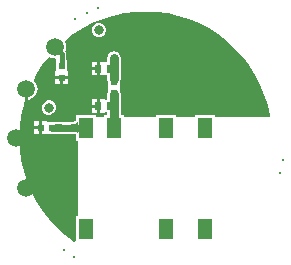
<source format=gbl>
G04*
G04 #@! TF.GenerationSoftware,Altium Limited,Altium Designer,19.1.5 (86)*
G04*
G04 Layer_Physical_Order=2*
G04 Layer_Color=16711680*
%FSAX25Y25*%
%MOIN*%
G70*
G01*
G75*
%ADD21C,0.02953*%
%ADD22C,0.01575*%
%ADD23C,0.00984*%
%ADD24C,0.03150*%
%ADD25C,0.05906*%
%ADD26C,0.02362*%
%ADD27C,0.01968*%
%ADD28R,0.02362X0.01968*%
%ADD29R,0.02362X0.02520*%
%ADD30R,0.02441X0.02244*%
%ADD31R,0.02244X0.02441*%
%ADD32R,0.05118X0.07087*%
%ADD33C,0.02362*%
%ADD34C,0.01000*%
G36*
X0156159Y0201956D02*
X0159802Y0201476D01*
X0163389Y0200681D01*
X0166893Y0199576D01*
X0170287Y0198170D01*
X0173546Y0196474D01*
X0176645Y0194500D01*
X0179560Y0192263D01*
X0182269Y0189781D01*
X0184751Y0187072D01*
X0186988Y0184157D01*
X0188962Y0181058D01*
X0190658Y0177799D01*
X0192064Y0174405D01*
X0193169Y0170900D01*
X0193930Y0167469D01*
X0193642Y0166969D01*
X0175952Y0166969D01*
X0175598Y0167322D01*
Y0167756D01*
X0168905D01*
Y0166969D01*
X0162960Y0166969D01*
X0162606Y0167322D01*
Y0167756D01*
X0155913D01*
Y0166969D01*
X0145637Y0166969D01*
X0145283Y0167322D01*
Y0167756D01*
X0144245D01*
Y0174488D01*
X0144069Y0175372D01*
X0143945Y0175558D01*
Y0178497D01*
X0144069Y0178684D01*
X0144245Y0179567D01*
Y0184488D01*
Y0186535D01*
X0144069Y0187418D01*
X0143569Y0188167D01*
X0142820Y0188667D01*
X0141937Y0188843D01*
X0141054Y0188667D01*
X0140305Y0188167D01*
X0139805Y0187418D01*
X0139629Y0186535D01*
Y0185158D01*
X0138842D01*
Y0185370D01*
X0137161D01*
Y0183110D01*
Y0180850D01*
X0138842D01*
Y0181063D01*
X0139629D01*
Y0179567D01*
X0139805Y0178684D01*
X0139929Y0178497D01*
Y0175558D01*
X0139805Y0175372D01*
X0139629Y0174488D01*
Y0172677D01*
X0138842D01*
Y0172890D01*
X0137161D01*
Y0170630D01*
Y0168370D01*
X0138842D01*
Y0168583D01*
X0139629D01*
Y0167756D01*
X0138591D01*
Y0166968D01*
X0136188Y0166968D01*
X0135835Y0167322D01*
Y0167756D01*
X0129142D01*
Y0165862D01*
X0129129Y0165741D01*
X0129123Y0165724D01*
X0129113Y0165709D01*
X0129076Y0165675D01*
X0128987Y0165620D01*
X0128833Y0165557D01*
X0128613Y0165498D01*
X0128328Y0165451D01*
X0128121Y0165432D01*
X0123138D01*
Y0165433D01*
X0122356D01*
X0122338Y0165436D01*
X0122321Y0165433D01*
X0119650D01*
Y0165646D01*
X0118028D01*
Y0163425D01*
Y0161205D01*
X0119650D01*
Y0161417D01*
X0122321D01*
X0122338Y0161414D01*
X0122343Y0161415D01*
X0122348Y0161414D01*
X0122639Y0161417D01*
X0123138D01*
Y0161418D01*
X0128121D01*
X0128328Y0161400D01*
X0128613Y0161352D01*
X0128833Y0161293D01*
X0128987Y0161230D01*
X0129076Y0161176D01*
X0129113Y0161141D01*
X0129123Y0161126D01*
X0129129Y0161109D01*
X0129142Y0160988D01*
Y0159095D01*
X0129890D01*
X0129890Y0133898D01*
X0129142D01*
Y0125577D01*
X0128642Y0125303D01*
X0128331Y0125501D01*
X0125417Y0127737D01*
X0122708Y0130219D01*
X0120225Y0132928D01*
X0117989Y0135843D01*
X0116015Y0138942D01*
X0114318Y0142201D01*
X0112912Y0145596D01*
X0111807Y0149100D01*
X0111012Y0152687D01*
X0110532Y0156329D01*
X0110372Y0160000D01*
X0110532Y0163671D01*
X0111012Y0167313D01*
X0111807Y0170900D01*
X0112377Y0172708D01*
X0112685Y0172667D01*
X0113661Y0172796D01*
X0114571Y0173173D01*
X0115352Y0173772D01*
X0115952Y0174554D01*
X0116329Y0175463D01*
X0116457Y0176440D01*
X0116329Y0177416D01*
X0115952Y0178326D01*
X0115352Y0179107D01*
X0115100Y0179301D01*
X0116015Y0181058D01*
X0117989Y0184157D01*
X0119933Y0186690D01*
X0120287Y0187048D01*
X0121197Y0186671D01*
X0122173Y0186542D01*
X0122322Y0186562D01*
X0122692Y0186192D01*
X0122614Y0185827D01*
X0122449D01*
X0122449Y0182514D01*
X0122236Y0182102D01*
X0122236Y0181871D01*
Y0180618D01*
X0126598D01*
Y0182102D01*
X0126386Y0182514D01*
X0126386Y0185827D01*
X0126023D01*
Y0188071D01*
X0125901Y0188685D01*
X0125682Y0189013D01*
X0125817Y0189339D01*
X0125946Y0190315D01*
X0125817Y0191291D01*
X0125440Y0192201D01*
X0125798Y0192555D01*
X0128331Y0194500D01*
X0131430Y0196474D01*
X0134689Y0198170D01*
X0138084Y0199576D01*
X0141588Y0200681D01*
X0145175Y0201476D01*
X0148818Y0201956D01*
X0152488Y0202116D01*
X0156159Y0201956D01*
D02*
G37*
G36*
X0122362Y0164629D02*
X0122433Y0164624D01*
X0123850Y0164607D01*
X0124701Y0164606D01*
Y0162244D01*
X0122338Y0162217D01*
Y0164634D01*
X0122362Y0164629D01*
D02*
G37*
G36*
X0129941Y0161063D02*
X0129918Y0161287D01*
X0129847Y0161488D01*
X0129728Y0161665D01*
X0129563Y0161819D01*
X0129351Y0161949D01*
X0129091Y0162055D01*
X0128784Y0162138D01*
X0128429Y0162197D01*
X0128028Y0162232D01*
X0127579Y0162244D01*
Y0164606D01*
X0128028Y0164618D01*
X0128429Y0164654D01*
X0128784Y0164713D01*
X0129091Y0164795D01*
X0129351Y0164902D01*
X0129563Y0165032D01*
X0129728Y0165185D01*
X0129847Y0165362D01*
X0129918Y0165563D01*
X0129941Y0165787D01*
Y0161063D01*
D02*
G37*
%LPC*%
G36*
X0137247Y0198315D02*
X0136307Y0198299D01*
X0135445Y0197924D01*
X0134792Y0197248D01*
X0134448Y0196374D01*
X0134465Y0195434D01*
X0134839Y0194572D01*
X0135515Y0193920D01*
X0136390Y0193575D01*
X0137329Y0193591D01*
X0138191Y0193966D01*
X0138844Y0194642D01*
X0139188Y0195517D01*
X0139172Y0196456D01*
X0138797Y0197318D01*
X0138121Y0197971D01*
X0137247Y0198315D01*
D02*
G37*
G36*
X0136161Y0185370D02*
X0134480D01*
Y0183610D01*
X0136161D01*
Y0185370D01*
D02*
G37*
G36*
Y0182610D02*
X0134480D01*
Y0180850D01*
X0136161D01*
Y0182610D01*
D02*
G37*
G36*
X0126598Y0179618D02*
X0124917D01*
Y0178134D01*
X0126598D01*
Y0179618D01*
D02*
G37*
G36*
X0123917D02*
X0122236D01*
Y0178134D01*
X0123917D01*
Y0179618D01*
D02*
G37*
G36*
X0136161Y0172890D02*
X0134480D01*
Y0171130D01*
X0136161D01*
Y0172890D01*
D02*
G37*
G36*
Y0170130D02*
X0134480D01*
Y0168370D01*
X0136161D01*
Y0170130D01*
D02*
G37*
G36*
X0120634Y0172488D02*
X0119694Y0172471D01*
X0118833Y0172097D01*
X0118180Y0171421D01*
X0117835Y0170546D01*
X0117852Y0169607D01*
X0118227Y0168745D01*
X0118903Y0168092D01*
X0119777Y0167748D01*
X0120717Y0167764D01*
X0121578Y0168139D01*
X0122231Y0168815D01*
X0122576Y0169689D01*
X0122559Y0170629D01*
X0122184Y0171491D01*
X0121508Y0172143D01*
X0120634Y0172488D01*
D02*
G37*
G36*
X0117028Y0165646D02*
X0115405D01*
Y0163925D01*
X0117028D01*
Y0165646D01*
D02*
G37*
G36*
Y0162925D02*
X0115405D01*
Y0161205D01*
X0117028D01*
Y0162925D01*
D02*
G37*
%LPD*%
D21*
X0141937Y0184488D02*
Y0186535D01*
Y0179567D02*
Y0184488D01*
Y0163425D02*
Y0174488D01*
D22*
X0124417Y0184055D02*
Y0188071D01*
X0122173Y0190315D02*
X0124417Y0188071D01*
D23*
X0198315Y0152520D02*
D03*
X0197252Y0148150D02*
D03*
X0136728Y0203413D02*
D03*
X0132902Y0201760D02*
D03*
X0129051Y0199752D02*
D03*
X0128736Y0120236D02*
D03*
X0125087Y0122598D02*
D03*
D24*
X0136818Y0195945D02*
D03*
X0120205Y0170118D02*
D03*
D25*
X0122173Y0190315D02*
D03*
X0112685Y0176440D02*
D03*
X0109181Y0160000D02*
D03*
X0112554Y0143386D02*
D03*
D26*
X0141898Y0186535D02*
D03*
D27*
X0191929Y0171260D02*
D03*
X0186024Y0183071D02*
D03*
X0183071Y0177165D02*
D03*
X0186024Y0171260D02*
D03*
X0177165Y0188976D02*
D03*
X0180118Y0183071D02*
D03*
X0177165Y0177165D02*
D03*
X0180118Y0171260D02*
D03*
X0171260Y0188976D02*
D03*
X0174213Y0183071D02*
D03*
X0171260Y0177165D02*
D03*
X0174213Y0171260D02*
D03*
X0168307Y0194882D02*
D03*
Y0183071D02*
D03*
X0165354Y0177165D02*
D03*
X0168307Y0171260D02*
D03*
X0159449Y0177165D02*
D03*
X0162401Y0171260D02*
D03*
X0153543Y0177165D02*
D03*
X0156496Y0171260D02*
D03*
X0150591D02*
D03*
X0129921Y0177165D02*
D03*
X0126969Y0171260D02*
D03*
Y0159449D02*
D03*
X0124016Y0153543D02*
D03*
X0126969Y0147638D02*
D03*
X0124016Y0141732D02*
D03*
X0126969Y0135827D02*
D03*
X0121063Y0183071D02*
D03*
Y0159449D02*
D03*
X0118110Y0153543D02*
D03*
X0121063Y0147638D02*
D03*
X0118110Y0141732D02*
D03*
X0121063Y0135827D02*
D03*
X0115157Y0171260D02*
D03*
X0112205Y0165354D02*
D03*
X0115157Y0159449D02*
D03*
X0112205Y0153543D02*
D03*
X0115157Y0147638D02*
D03*
X0156661Y0200787D02*
D03*
X0145835Y0197756D02*
D03*
X0147173Y0200787D02*
D03*
X0160087Y0200079D02*
D03*
X0157213Y0179921D02*
D03*
X0153354Y0179961D02*
D03*
X0149457Y0180039D02*
D03*
X0133000Y0184843D02*
D03*
X0135323Y0186653D02*
D03*
X0133000Y0181058D02*
D03*
X0135323Y0179449D02*
D03*
X0138433Y0189016D02*
D03*
X0135087Y0174055D02*
D03*
X0133158Y0172244D02*
D03*
X0133118Y0169409D02*
D03*
X0138197Y0174094D02*
D03*
X0138236Y0176850D02*
D03*
X0138197Y0179567D02*
D03*
X0138354Y0186614D02*
D03*
X0139339Y0191378D02*
D03*
X0141071Y0193150D02*
D03*
X0143236Y0194606D02*
D03*
X0145913Y0194646D02*
D03*
X0145677Y0170945D02*
D03*
X0145638Y0174055D02*
D03*
Y0177126D02*
D03*
X0145598Y0180079D02*
D03*
Y0183150D02*
D03*
Y0186260D02*
D03*
D28*
X0124417Y0180118D02*
D03*
Y0184055D02*
D03*
D29*
X0140441Y0170630D02*
D03*
X0136661D02*
D03*
X0140441Y0183110D02*
D03*
X0136661D02*
D03*
D30*
X0141937Y0178740D02*
D03*
Y0175039D02*
D03*
D31*
X0117528Y0163425D02*
D03*
X0121228D02*
D03*
D32*
X0132488Y0163425D02*
D03*
X0141937D02*
D03*
X0159260D02*
D03*
X0172252D02*
D03*
X0132488Y0129567D02*
D03*
X0172252D02*
D03*
X0159260D02*
D03*
D33*
X0141898Y0186535D02*
X0141937D01*
X0141898Y0184528D02*
X0141937Y0184488D01*
X0121228Y0163425D02*
X0132488D01*
D34*
X0112554Y0143386D02*
X0117213Y0148045D01*
Y0156732D01*
X0114024Y0159921D02*
X0117213Y0156732D01*
X0114024Y0159921D02*
Y0165039D01*
X0112685Y0166378D02*
X0114024Y0165039D01*
X0112685Y0166378D02*
Y0176440D01*
M02*

</source>
